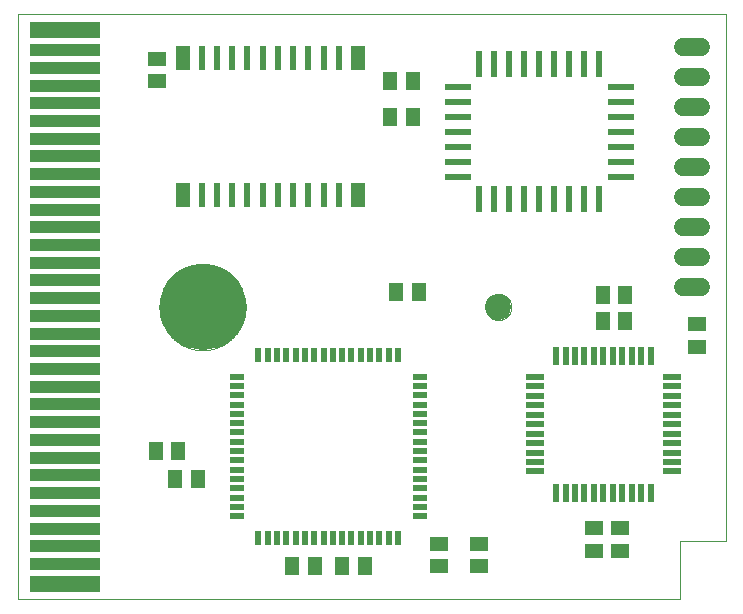
<source format=gts>
G75*
%MOIN*%
%OFA0B0*%
%FSLAX25Y25*%
%IPPOS*%
%LPD*%
%AMOC8*
5,1,8,0,0,1.08239X$1,22.5*
%
%ADD10C,0.00000*%
%ADD11C,0.28740*%
%ADD12C,0.08661*%
%ADD13R,0.04724X0.07874*%
%ADD14R,0.02362X0.07874*%
%ADD15R,0.23622X0.05512*%
%ADD16R,0.23622X0.03937*%
%ADD17R,0.08661X0.02362*%
%ADD18R,0.02362X0.08661*%
%ADD19R,0.02200X0.04700*%
%ADD20R,0.04700X0.02200*%
%ADD21R,0.05906X0.05118*%
%ADD22R,0.05118X0.05906*%
%ADD23R,0.01969X0.05906*%
%ADD24R,0.05906X0.01969*%
%ADD25C,0.06000*%
D10*
X0001000Y0001000D02*
X0001000Y0196000D01*
X0237000Y0196000D01*
X0237000Y0020500D01*
X0221900Y0020500D01*
X0221900Y0001000D01*
X0001000Y0001000D01*
X0048244Y0098441D02*
X0048248Y0098794D01*
X0048261Y0099146D01*
X0048283Y0099498D01*
X0048313Y0099850D01*
X0048352Y0100200D01*
X0048400Y0100550D01*
X0048456Y0100898D01*
X0048520Y0101244D01*
X0048593Y0101589D01*
X0048675Y0101933D01*
X0048765Y0102274D01*
X0048863Y0102612D01*
X0048969Y0102949D01*
X0049084Y0103282D01*
X0049207Y0103613D01*
X0049338Y0103940D01*
X0049477Y0104264D01*
X0049624Y0104585D01*
X0049778Y0104902D01*
X0049941Y0105215D01*
X0050111Y0105524D01*
X0050288Y0105829D01*
X0050473Y0106129D01*
X0050666Y0106425D01*
X0050865Y0106715D01*
X0051072Y0107001D01*
X0051285Y0107282D01*
X0051506Y0107557D01*
X0051733Y0107827D01*
X0051967Y0108091D01*
X0052207Y0108350D01*
X0052453Y0108602D01*
X0052705Y0108848D01*
X0052964Y0109088D01*
X0053228Y0109322D01*
X0053498Y0109549D01*
X0053773Y0109770D01*
X0054054Y0109983D01*
X0054340Y0110190D01*
X0054630Y0110389D01*
X0054926Y0110582D01*
X0055226Y0110767D01*
X0055531Y0110944D01*
X0055840Y0111114D01*
X0056153Y0111277D01*
X0056470Y0111431D01*
X0056791Y0111578D01*
X0057115Y0111717D01*
X0057442Y0111848D01*
X0057773Y0111971D01*
X0058106Y0112086D01*
X0058443Y0112192D01*
X0058781Y0112290D01*
X0059122Y0112380D01*
X0059466Y0112462D01*
X0059811Y0112535D01*
X0060157Y0112599D01*
X0060505Y0112655D01*
X0060855Y0112703D01*
X0061205Y0112742D01*
X0061557Y0112772D01*
X0061909Y0112794D01*
X0062261Y0112807D01*
X0062614Y0112811D01*
X0062967Y0112807D01*
X0063319Y0112794D01*
X0063671Y0112772D01*
X0064023Y0112742D01*
X0064373Y0112703D01*
X0064723Y0112655D01*
X0065071Y0112599D01*
X0065417Y0112535D01*
X0065762Y0112462D01*
X0066106Y0112380D01*
X0066447Y0112290D01*
X0066785Y0112192D01*
X0067122Y0112086D01*
X0067455Y0111971D01*
X0067786Y0111848D01*
X0068113Y0111717D01*
X0068437Y0111578D01*
X0068758Y0111431D01*
X0069075Y0111277D01*
X0069388Y0111114D01*
X0069697Y0110944D01*
X0070002Y0110767D01*
X0070302Y0110582D01*
X0070598Y0110389D01*
X0070888Y0110190D01*
X0071174Y0109983D01*
X0071455Y0109770D01*
X0071730Y0109549D01*
X0072000Y0109322D01*
X0072264Y0109088D01*
X0072523Y0108848D01*
X0072775Y0108602D01*
X0073021Y0108350D01*
X0073261Y0108091D01*
X0073495Y0107827D01*
X0073722Y0107557D01*
X0073943Y0107282D01*
X0074156Y0107001D01*
X0074363Y0106715D01*
X0074562Y0106425D01*
X0074755Y0106129D01*
X0074940Y0105829D01*
X0075117Y0105524D01*
X0075287Y0105215D01*
X0075450Y0104902D01*
X0075604Y0104585D01*
X0075751Y0104264D01*
X0075890Y0103940D01*
X0076021Y0103613D01*
X0076144Y0103282D01*
X0076259Y0102949D01*
X0076365Y0102612D01*
X0076463Y0102274D01*
X0076553Y0101933D01*
X0076635Y0101589D01*
X0076708Y0101244D01*
X0076772Y0100898D01*
X0076828Y0100550D01*
X0076876Y0100200D01*
X0076915Y0099850D01*
X0076945Y0099498D01*
X0076967Y0099146D01*
X0076980Y0098794D01*
X0076984Y0098441D01*
X0076980Y0098088D01*
X0076967Y0097736D01*
X0076945Y0097384D01*
X0076915Y0097032D01*
X0076876Y0096682D01*
X0076828Y0096332D01*
X0076772Y0095984D01*
X0076708Y0095638D01*
X0076635Y0095293D01*
X0076553Y0094949D01*
X0076463Y0094608D01*
X0076365Y0094270D01*
X0076259Y0093933D01*
X0076144Y0093600D01*
X0076021Y0093269D01*
X0075890Y0092942D01*
X0075751Y0092618D01*
X0075604Y0092297D01*
X0075450Y0091980D01*
X0075287Y0091667D01*
X0075117Y0091358D01*
X0074940Y0091053D01*
X0074755Y0090753D01*
X0074562Y0090457D01*
X0074363Y0090167D01*
X0074156Y0089881D01*
X0073943Y0089600D01*
X0073722Y0089325D01*
X0073495Y0089055D01*
X0073261Y0088791D01*
X0073021Y0088532D01*
X0072775Y0088280D01*
X0072523Y0088034D01*
X0072264Y0087794D01*
X0072000Y0087560D01*
X0071730Y0087333D01*
X0071455Y0087112D01*
X0071174Y0086899D01*
X0070888Y0086692D01*
X0070598Y0086493D01*
X0070302Y0086300D01*
X0070002Y0086115D01*
X0069697Y0085938D01*
X0069388Y0085768D01*
X0069075Y0085605D01*
X0068758Y0085451D01*
X0068437Y0085304D01*
X0068113Y0085165D01*
X0067786Y0085034D01*
X0067455Y0084911D01*
X0067122Y0084796D01*
X0066785Y0084690D01*
X0066447Y0084592D01*
X0066106Y0084502D01*
X0065762Y0084420D01*
X0065417Y0084347D01*
X0065071Y0084283D01*
X0064723Y0084227D01*
X0064373Y0084179D01*
X0064023Y0084140D01*
X0063671Y0084110D01*
X0063319Y0084088D01*
X0062967Y0084075D01*
X0062614Y0084071D01*
X0062261Y0084075D01*
X0061909Y0084088D01*
X0061557Y0084110D01*
X0061205Y0084140D01*
X0060855Y0084179D01*
X0060505Y0084227D01*
X0060157Y0084283D01*
X0059811Y0084347D01*
X0059466Y0084420D01*
X0059122Y0084502D01*
X0058781Y0084592D01*
X0058443Y0084690D01*
X0058106Y0084796D01*
X0057773Y0084911D01*
X0057442Y0085034D01*
X0057115Y0085165D01*
X0056791Y0085304D01*
X0056470Y0085451D01*
X0056153Y0085605D01*
X0055840Y0085768D01*
X0055531Y0085938D01*
X0055226Y0086115D01*
X0054926Y0086300D01*
X0054630Y0086493D01*
X0054340Y0086692D01*
X0054054Y0086899D01*
X0053773Y0087112D01*
X0053498Y0087333D01*
X0053228Y0087560D01*
X0052964Y0087794D01*
X0052705Y0088034D01*
X0052453Y0088280D01*
X0052207Y0088532D01*
X0051967Y0088791D01*
X0051733Y0089055D01*
X0051506Y0089325D01*
X0051285Y0089600D01*
X0051072Y0089881D01*
X0050865Y0090167D01*
X0050666Y0090457D01*
X0050473Y0090753D01*
X0050288Y0091053D01*
X0050111Y0091358D01*
X0049941Y0091667D01*
X0049778Y0091980D01*
X0049624Y0092297D01*
X0049477Y0092618D01*
X0049338Y0092942D01*
X0049207Y0093269D01*
X0049084Y0093600D01*
X0048969Y0093933D01*
X0048863Y0094270D01*
X0048765Y0094608D01*
X0048675Y0094949D01*
X0048593Y0095293D01*
X0048520Y0095638D01*
X0048456Y0095984D01*
X0048400Y0096332D01*
X0048352Y0096682D01*
X0048313Y0097032D01*
X0048283Y0097384D01*
X0048261Y0097736D01*
X0048248Y0098088D01*
X0048244Y0098441D01*
X0156905Y0098441D02*
X0156907Y0098572D01*
X0156913Y0098704D01*
X0156923Y0098835D01*
X0156937Y0098966D01*
X0156955Y0099096D01*
X0156977Y0099225D01*
X0157002Y0099354D01*
X0157032Y0099482D01*
X0157066Y0099609D01*
X0157103Y0099736D01*
X0157144Y0099860D01*
X0157189Y0099984D01*
X0157238Y0100106D01*
X0157290Y0100227D01*
X0157346Y0100345D01*
X0157406Y0100463D01*
X0157469Y0100578D01*
X0157536Y0100691D01*
X0157606Y0100803D01*
X0157679Y0100912D01*
X0157755Y0101018D01*
X0157835Y0101123D01*
X0157918Y0101225D01*
X0158004Y0101324D01*
X0158093Y0101421D01*
X0158185Y0101515D01*
X0158280Y0101606D01*
X0158377Y0101695D01*
X0158477Y0101780D01*
X0158580Y0101862D01*
X0158685Y0101941D01*
X0158792Y0102017D01*
X0158902Y0102089D01*
X0159014Y0102158D01*
X0159128Y0102224D01*
X0159243Y0102286D01*
X0159361Y0102345D01*
X0159480Y0102400D01*
X0159601Y0102452D01*
X0159724Y0102499D01*
X0159848Y0102543D01*
X0159973Y0102584D01*
X0160099Y0102620D01*
X0160227Y0102653D01*
X0160355Y0102681D01*
X0160484Y0102706D01*
X0160614Y0102727D01*
X0160744Y0102744D01*
X0160875Y0102757D01*
X0161006Y0102766D01*
X0161137Y0102771D01*
X0161269Y0102772D01*
X0161400Y0102769D01*
X0161532Y0102762D01*
X0161663Y0102751D01*
X0161793Y0102736D01*
X0161923Y0102717D01*
X0162053Y0102694D01*
X0162181Y0102668D01*
X0162309Y0102637D01*
X0162436Y0102602D01*
X0162562Y0102564D01*
X0162686Y0102522D01*
X0162810Y0102476D01*
X0162931Y0102426D01*
X0163051Y0102373D01*
X0163170Y0102316D01*
X0163287Y0102256D01*
X0163401Y0102192D01*
X0163514Y0102124D01*
X0163625Y0102053D01*
X0163734Y0101979D01*
X0163840Y0101902D01*
X0163944Y0101821D01*
X0164045Y0101738D01*
X0164144Y0101651D01*
X0164240Y0101561D01*
X0164333Y0101468D01*
X0164424Y0101373D01*
X0164511Y0101275D01*
X0164596Y0101174D01*
X0164677Y0101071D01*
X0164755Y0100965D01*
X0164830Y0100857D01*
X0164902Y0100747D01*
X0164970Y0100635D01*
X0165035Y0100521D01*
X0165096Y0100404D01*
X0165154Y0100286D01*
X0165208Y0100166D01*
X0165259Y0100045D01*
X0165306Y0099922D01*
X0165349Y0099798D01*
X0165388Y0099673D01*
X0165424Y0099546D01*
X0165455Y0099418D01*
X0165483Y0099290D01*
X0165507Y0099161D01*
X0165527Y0099031D01*
X0165543Y0098900D01*
X0165555Y0098769D01*
X0165563Y0098638D01*
X0165567Y0098507D01*
X0165567Y0098375D01*
X0165563Y0098244D01*
X0165555Y0098113D01*
X0165543Y0097982D01*
X0165527Y0097851D01*
X0165507Y0097721D01*
X0165483Y0097592D01*
X0165455Y0097464D01*
X0165424Y0097336D01*
X0165388Y0097209D01*
X0165349Y0097084D01*
X0165306Y0096960D01*
X0165259Y0096837D01*
X0165208Y0096716D01*
X0165154Y0096596D01*
X0165096Y0096478D01*
X0165035Y0096361D01*
X0164970Y0096247D01*
X0164902Y0096135D01*
X0164830Y0096025D01*
X0164755Y0095917D01*
X0164677Y0095811D01*
X0164596Y0095708D01*
X0164511Y0095607D01*
X0164424Y0095509D01*
X0164333Y0095414D01*
X0164240Y0095321D01*
X0164144Y0095231D01*
X0164045Y0095144D01*
X0163944Y0095061D01*
X0163840Y0094980D01*
X0163734Y0094903D01*
X0163625Y0094829D01*
X0163514Y0094758D01*
X0163402Y0094690D01*
X0163287Y0094626D01*
X0163170Y0094566D01*
X0163051Y0094509D01*
X0162931Y0094456D01*
X0162810Y0094406D01*
X0162686Y0094360D01*
X0162562Y0094318D01*
X0162436Y0094280D01*
X0162309Y0094245D01*
X0162181Y0094214D01*
X0162053Y0094188D01*
X0161923Y0094165D01*
X0161793Y0094146D01*
X0161663Y0094131D01*
X0161532Y0094120D01*
X0161400Y0094113D01*
X0161269Y0094110D01*
X0161137Y0094111D01*
X0161006Y0094116D01*
X0160875Y0094125D01*
X0160744Y0094138D01*
X0160614Y0094155D01*
X0160484Y0094176D01*
X0160355Y0094201D01*
X0160227Y0094229D01*
X0160099Y0094262D01*
X0159973Y0094298D01*
X0159848Y0094339D01*
X0159724Y0094383D01*
X0159601Y0094430D01*
X0159480Y0094482D01*
X0159361Y0094537D01*
X0159243Y0094596D01*
X0159128Y0094658D01*
X0159014Y0094724D01*
X0158902Y0094793D01*
X0158792Y0094865D01*
X0158685Y0094941D01*
X0158580Y0095020D01*
X0158477Y0095102D01*
X0158377Y0095187D01*
X0158280Y0095276D01*
X0158185Y0095367D01*
X0158093Y0095461D01*
X0158004Y0095558D01*
X0157918Y0095657D01*
X0157835Y0095759D01*
X0157755Y0095864D01*
X0157679Y0095970D01*
X0157606Y0096079D01*
X0157536Y0096191D01*
X0157469Y0096304D01*
X0157406Y0096419D01*
X0157346Y0096537D01*
X0157290Y0096655D01*
X0157238Y0096776D01*
X0157189Y0096898D01*
X0157144Y0097022D01*
X0157103Y0097146D01*
X0157066Y0097273D01*
X0157032Y0097400D01*
X0157002Y0097528D01*
X0156977Y0097657D01*
X0156955Y0097786D01*
X0156937Y0097916D01*
X0156923Y0098047D01*
X0156913Y0098178D01*
X0156907Y0098310D01*
X0156905Y0098441D01*
D11*
X0062614Y0098441D03*
X0062614Y0098441D03*
D12*
X0161236Y0098441D03*
X0161236Y0098441D03*
D13*
X0114291Y0135637D03*
X0114291Y0181306D03*
X0056062Y0181306D03*
X0056062Y0135637D03*
D14*
X0062322Y0135637D03*
X0067401Y0135637D03*
X0072480Y0135637D03*
X0077558Y0135637D03*
X0082637Y0135637D03*
X0087716Y0135637D03*
X0092794Y0135637D03*
X0097873Y0135637D03*
X0102952Y0135637D03*
X0108031Y0135637D03*
X0108031Y0181306D03*
X0102952Y0181306D03*
X0097873Y0181306D03*
X0092794Y0181306D03*
X0087716Y0181306D03*
X0082637Y0181306D03*
X0077558Y0181306D03*
X0072480Y0181306D03*
X0067401Y0181306D03*
X0062322Y0181306D03*
D15*
X0016748Y0190764D03*
X0016748Y0006118D03*
D16*
X0016748Y0012811D03*
X0016748Y0018717D03*
X0016748Y0024622D03*
X0016748Y0030528D03*
X0016748Y0036433D03*
X0016748Y0042339D03*
X0016748Y0048244D03*
X0016748Y0054150D03*
X0016748Y0060055D03*
X0016748Y0065961D03*
X0016748Y0071866D03*
X0016748Y0077772D03*
X0016748Y0083677D03*
X0016748Y0089583D03*
X0016748Y0095488D03*
X0016748Y0101394D03*
X0016748Y0107299D03*
X0016748Y0113205D03*
X0016748Y0119110D03*
X0016748Y0125016D03*
X0016748Y0130921D03*
X0016748Y0136827D03*
X0016748Y0142732D03*
X0016748Y0148638D03*
X0016748Y0154543D03*
X0016748Y0160449D03*
X0016748Y0166354D03*
X0016748Y0172260D03*
X0016748Y0178165D03*
X0016748Y0184071D03*
D17*
X0147635Y0171900D03*
X0147635Y0166900D03*
X0147635Y0161900D03*
X0147635Y0156900D03*
X0147635Y0151900D03*
X0147635Y0146900D03*
X0147635Y0141900D03*
X0201965Y0141900D03*
X0201965Y0146900D03*
X0201965Y0151900D03*
X0201965Y0156900D03*
X0201965Y0161900D03*
X0201965Y0166900D03*
X0201965Y0171900D03*
D18*
X0194800Y0179341D03*
X0189800Y0179341D03*
X0184800Y0179341D03*
X0179800Y0179341D03*
X0174800Y0179341D03*
X0169800Y0179341D03*
X0164800Y0179341D03*
X0159800Y0179341D03*
X0154800Y0179341D03*
X0154800Y0134459D03*
X0159800Y0134459D03*
X0164800Y0134459D03*
X0169800Y0134459D03*
X0174800Y0134459D03*
X0179800Y0134459D03*
X0184800Y0134459D03*
X0189800Y0134459D03*
X0194800Y0134459D03*
D19*
X0127750Y0082550D03*
X0124650Y0082550D03*
X0121550Y0082550D03*
X0118450Y0082550D03*
X0115350Y0082550D03*
X0112250Y0082550D03*
X0109150Y0082550D03*
X0106050Y0082550D03*
X0102950Y0082550D03*
X0099850Y0082550D03*
X0096750Y0082550D03*
X0093650Y0082550D03*
X0090550Y0082550D03*
X0087450Y0082550D03*
X0084350Y0082550D03*
X0081250Y0082550D03*
X0081250Y0021450D03*
X0084350Y0021450D03*
X0087450Y0021450D03*
X0090550Y0021450D03*
X0093650Y0021450D03*
X0096750Y0021450D03*
X0099850Y0021450D03*
X0102950Y0021450D03*
X0106050Y0021450D03*
X0109150Y0021450D03*
X0112250Y0021450D03*
X0115350Y0021450D03*
X0118450Y0021450D03*
X0121550Y0021450D03*
X0124650Y0021450D03*
X0127750Y0021450D03*
D20*
X0135050Y0028750D03*
X0135050Y0031850D03*
X0135050Y0034950D03*
X0135050Y0038050D03*
X0135050Y0041150D03*
X0135050Y0044250D03*
X0135050Y0047350D03*
X0135050Y0050450D03*
X0135050Y0053550D03*
X0135050Y0056650D03*
X0135050Y0059750D03*
X0135050Y0062850D03*
X0135050Y0065950D03*
X0135050Y0069050D03*
X0135050Y0072150D03*
X0135050Y0075250D03*
X0073950Y0075250D03*
X0073950Y0072150D03*
X0073950Y0069050D03*
X0073950Y0065950D03*
X0073950Y0062850D03*
X0073950Y0059750D03*
X0073950Y0056650D03*
X0073950Y0053550D03*
X0073950Y0050450D03*
X0073950Y0047350D03*
X0073950Y0044250D03*
X0073950Y0041150D03*
X0073950Y0038050D03*
X0073950Y0034950D03*
X0073950Y0031850D03*
X0073950Y0028750D03*
D21*
X0141400Y0019540D03*
X0141400Y0012060D03*
X0154600Y0012060D03*
X0154600Y0019540D03*
X0193000Y0017260D03*
X0201800Y0017260D03*
X0201800Y0024740D03*
X0193000Y0024740D03*
X0227400Y0085260D03*
X0227400Y0092740D03*
X0047400Y0173660D03*
X0047400Y0181140D03*
D22*
X0125260Y0173800D03*
X0132740Y0173800D03*
X0132740Y0161800D03*
X0125260Y0161800D03*
X0127126Y0103311D03*
X0134606Y0103311D03*
X0196060Y0102600D03*
X0203540Y0102600D03*
X0203540Y0093800D03*
X0196060Y0093800D03*
X0116740Y0012200D03*
X0109260Y0012200D03*
X0099940Y0012200D03*
X0092460Y0012200D03*
X0060940Y0041000D03*
X0053460Y0041000D03*
X0054440Y0050500D03*
X0046960Y0050500D03*
D23*
X0180452Y0036565D03*
X0183602Y0036565D03*
X0186751Y0036565D03*
X0189901Y0036565D03*
X0193050Y0036565D03*
X0196200Y0036565D03*
X0199350Y0036565D03*
X0202499Y0036565D03*
X0205649Y0036565D03*
X0208798Y0036565D03*
X0211948Y0036565D03*
X0211948Y0082235D03*
X0208798Y0082235D03*
X0205649Y0082235D03*
X0202499Y0082235D03*
X0199350Y0082235D03*
X0196200Y0082235D03*
X0193050Y0082235D03*
X0189901Y0082235D03*
X0186751Y0082235D03*
X0183602Y0082235D03*
X0180452Y0082235D03*
D24*
X0173365Y0075148D03*
X0173365Y0071998D03*
X0173365Y0068849D03*
X0173365Y0065699D03*
X0173365Y0062550D03*
X0173365Y0059400D03*
X0173365Y0056250D03*
X0173365Y0053101D03*
X0173365Y0049951D03*
X0173365Y0046802D03*
X0173365Y0043652D03*
X0219035Y0043652D03*
X0219035Y0046802D03*
X0219035Y0049951D03*
X0219035Y0053101D03*
X0219035Y0056250D03*
X0219035Y0059400D03*
X0219035Y0062550D03*
X0219035Y0065699D03*
X0219035Y0068849D03*
X0219035Y0071998D03*
X0219035Y0075148D03*
D25*
X0222800Y0105000D02*
X0228800Y0105000D01*
X0228800Y0115000D02*
X0222800Y0115000D01*
X0222800Y0125000D02*
X0228800Y0125000D01*
X0228800Y0135000D02*
X0222800Y0135000D01*
X0222800Y0145000D02*
X0228800Y0145000D01*
X0228800Y0155000D02*
X0222800Y0155000D01*
X0222800Y0165000D02*
X0228800Y0165000D01*
X0228800Y0175000D02*
X0222800Y0175000D01*
X0222800Y0185000D02*
X0228800Y0185000D01*
M02*

</source>
